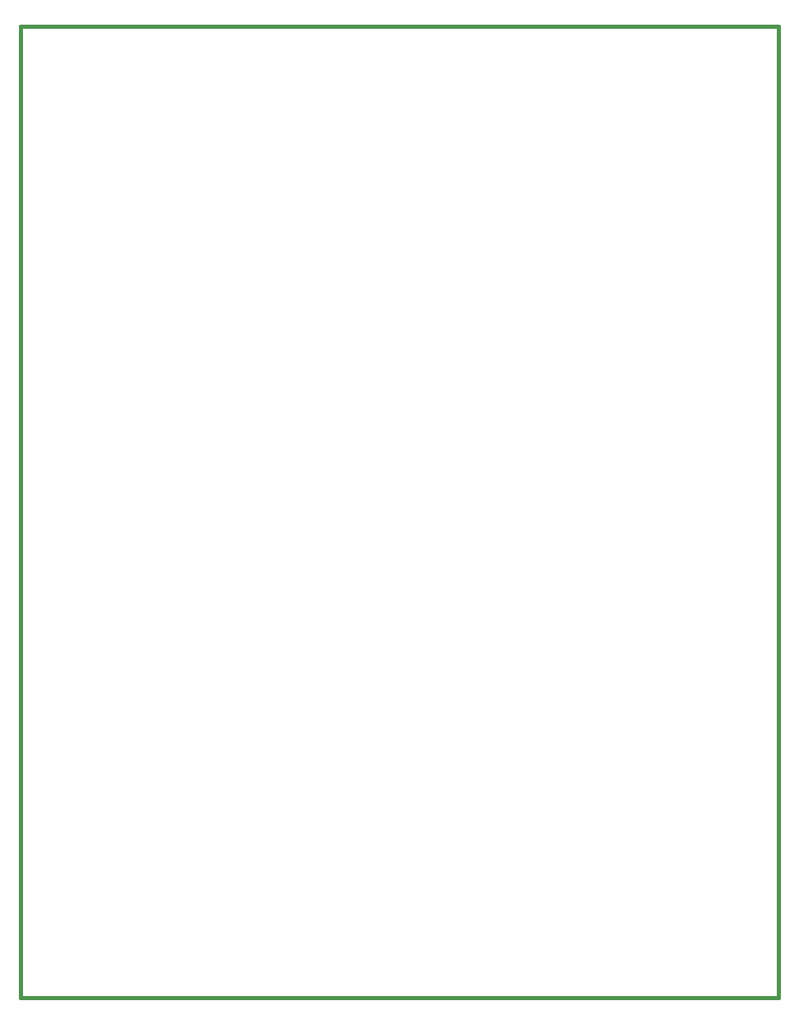
<source format=gbr>
G04 (created by PCBNEW-RS274X (2012-jan-04)-stable) date Wed 12 Sep 2012 01:10:29 PM EEST*
G01*
G70*
G90*
%MOIN*%
G04 Gerber Fmt 3.4, Leading zero omitted, Abs format*
%FSLAX34Y34*%
G04 APERTURE LIST*
%ADD10C,0.006000*%
%ADD11C,0.015000*%
G04 APERTURE END LIST*
G54D10*
G54D11*
X71104Y-20500D02*
X40396Y-20500D01*
X71104Y-59870D02*
X40396Y-59870D01*
X71104Y-20500D02*
X71104Y-59870D01*
X40396Y-20500D02*
X40396Y-59870D01*
M02*

</source>
